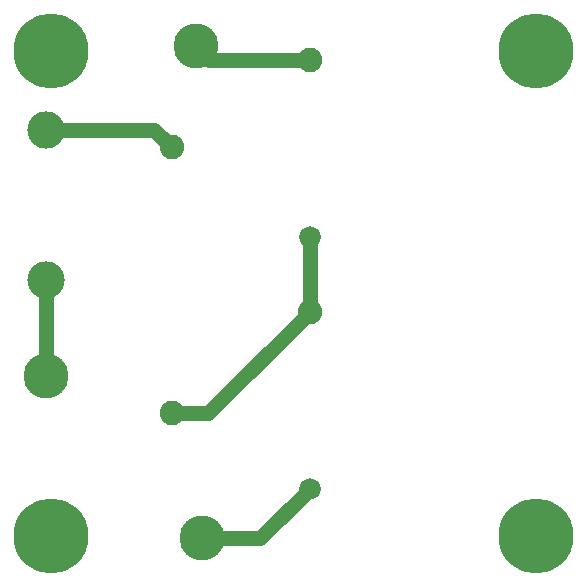
<source format=gbl>
G04 (created by PCBNEW (2013-07-07 BZR 4022)-stable) date 11/9/2014 1:14:37 PM*
%MOIN*%
G04 Gerber Fmt 3.4, Leading zero omitted, Abs format*
%FSLAX34Y34*%
G01*
G70*
G90*
G04 APERTURE LIST*
%ADD10C,0.00590551*%
%ADD11C,0.25*%
%ADD12C,0.082*%
%ADD13C,0.072*%
%ADD14C,0.15*%
%ADD15C,0.125*%
%ADD16C,0.05*%
G04 APERTURE END LIST*
G54D10*
G54D11*
X17740Y-17712D03*
X1598Y-17712D03*
X17740Y-1570D03*
X1598Y-1570D03*
G54D12*
X10200Y-1847D03*
G54D13*
X10200Y-7752D03*
G54D12*
X10200Y-10247D03*
G54D13*
X10200Y-16152D03*
G54D12*
X5600Y-4770D03*
X5600Y-13629D03*
G54D14*
X6400Y-1400D03*
X1400Y-12400D03*
X6600Y-17800D03*
G54D15*
X1400Y-9200D03*
X1400Y-4200D03*
G54D16*
X1400Y-4200D02*
X5029Y-4200D01*
X5029Y-4200D02*
X5600Y-4770D01*
X1400Y-12400D02*
X1400Y-9200D01*
X6600Y-17800D02*
X8552Y-17800D01*
X8552Y-17800D02*
X10200Y-16152D01*
X10200Y-7752D02*
X10200Y-10247D01*
X5600Y-13629D02*
X6818Y-13629D01*
X6818Y-13629D02*
X10200Y-10247D01*
X10200Y-1847D02*
X6847Y-1847D01*
X6847Y-1847D02*
X6400Y-1400D01*
M02*

</source>
